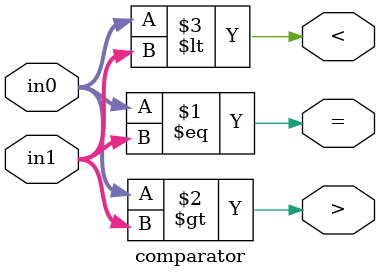
<source format=v>

module comparator (
    input [3:0] in0,
    input [3:0] in1,
    output \= ,
    output \> ,
    output \< 
    );
    
    assign \= =in0==in1;
    assign \> =in0>in1;
    assign \< =in0<in1;
    
endmodule

</source>
